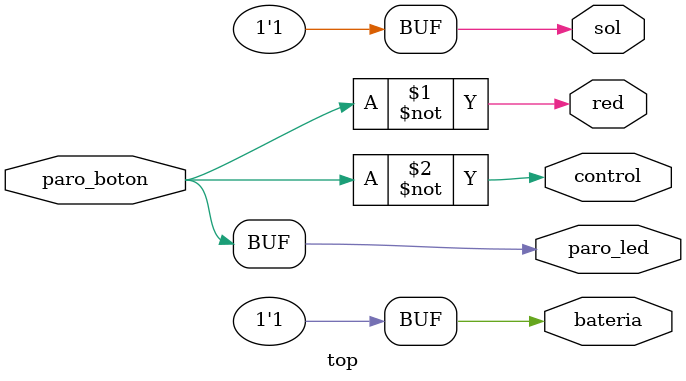
<source format=v>
/*
 * Generated by Digital. Don't modify this file!
 * Any changes will be lost if this file is regenerated.
 */

module top (
  input paro_boton,
  output control,
  output paro_led,
  output sol,
  output bateria,
  output red
);
  assign red = ~paro_boton;
  assign sol = 1;
  assign bateria = 1;
  assign control = ~paro_boton;
  assign paro_led = paro_boton;
endmodule

</source>
